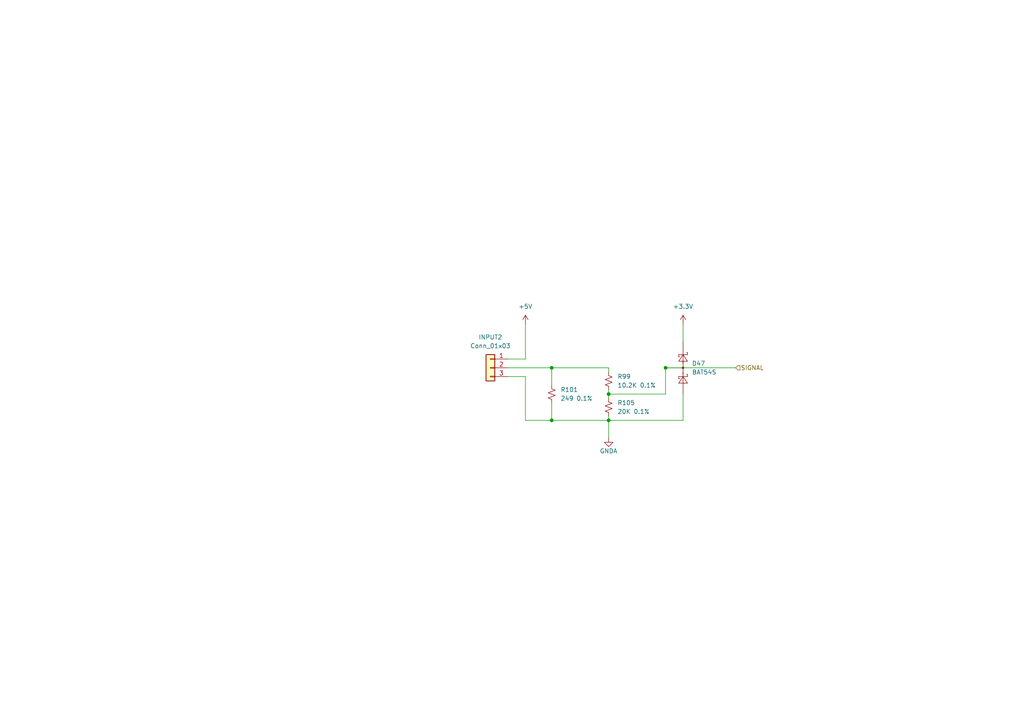
<source format=kicad_sch>
(kicad_sch (version 20231120) (generator "eeschema") (generator_version "8.0")
  (paper "A4")
  (lib_symbols
    (symbol "Connector_Generic:Conn_01x03" (pin_names (offset 1.016) hide)
      (property "Reference" "J" (at 0 5.08 0))
      (property "Value" "Conn_01x03" (at 0 -5.08 0))
      (symbol "Conn_01x03_1_1"
        (rectangle (start -1.27 -2.413) (end 0 -2.667) (stroke (width 0.1524)))
        (rectangle (start -1.27 0.127) (end 0 -0.127) (stroke (width 0.1524)))
        (rectangle (start -1.27 2.667) (end 0 2.413) (stroke (width 0.1524)))
        (rectangle (start -1.27 3.81) (end 1.27 -3.81) (stroke (width 0.254)) (fill (type background)))
        (pin passive line (at -5.08 2.54 0) (length 3.81) (name "Pin_1") (number "1"))
        (pin passive line (at -5.08 0 0) (length 3.81) (name "Pin_2") (number "2"))
        (pin passive line (at -5.08 -2.54 0) (length 3.81) (name "Pin_3") (number "3"))
      )
    )
    (symbol "Device:R_Small_US" (pin_numbers hide) (pin_names (offset 0.254) hide)
      (property "Reference" "R" (at 0.762 0.508 0))
      (property "Value" "R_Small_US" (at 0.762 -1.016 0))
      (symbol "R_Small_US_1_1"
        (polyline (pts (xy 0 0) (xy 1.016 -0.381) (xy 0 -0.762) (xy -1.016 -1.143) (xy 0 -1.524)))
        (polyline (pts (xy 0 1.524) (xy 1.016 1.143) (xy 0 0.762) (xy -1.016 0.381) (xy 0 0)))
        (pin passive line (at 0 2.54 270) (length 1.016) (name "~") (number "1"))
        (pin passive line (at 0 -2.54 90) (length 1.016) (name "~") (number "2"))
      )
    )
    (symbol "Diode:BAT54S" (pin_numbers hide) (pin_names (offset 0) hide)
      (property "Reference" "D" (at 2.54 -5.08 0))
      (property "Value" "BAT54S" (at -6.35 3.175 0))
      (symbol "BAT54S_0_1"
        (polyline (pts (xy -3.81 0) (xy -1.27 0)))
        (polyline (pts (xy -3.175 -1.27) (xy -3.175 -1.016)))
        (polyline (pts (xy -2.54 -1.27) (xy -3.175 -1.27)))
        (polyline (pts (xy -2.54 -1.27) (xy -2.54 1.27)))
        (polyline (pts (xy -2.54 1.27) (xy -1.905 1.27)))
        (polyline (pts (xy -1.905 0) (xy 1.905 0)))
        (polyline (pts (xy -1.905 1.27) (xy -1.905 1.016)))
        (polyline (pts (xy 1.27 0) (xy 3.81 0)))
        (polyline (pts (xy 3.175 -1.27) (xy 3.175 -1.016)))
        (polyline (pts (xy 3.81 -1.27) (xy 3.175 -1.27)))
        (polyline (pts (xy 3.81 -1.27) (xy 3.81 1.27)))
        (polyline (pts (xy 3.81 1.27) (xy 4.445 1.27)))
        (polyline (pts (xy 4.445 1.27) (xy 4.445 1.016)))
        (polyline (pts (xy -4.445 1.27) (xy -4.445 -1.27) (xy -2.54 0) (xy -4.445 1.27)))
        (polyline (pts (xy 1.905 1.27) (xy 1.905 -1.27) (xy 3.81 0) (xy 1.905 1.27)))
        (circle (center 0 0) (radius 0.254) (fill (type outline)))
      )
      (symbol "BAT54S_1_1"
        (pin passive line (at -7.62 0 0) (length 3.81) (name "A") (number "1"))
        (pin passive line (at 7.62 0 180) (length 3.81) (name "K") (number "2"))
        (pin passive line (at 0 -5.08 90) (length 5.08) (name "COM") (number "3"))
      )
    )
    (symbol "power:+3.3V" (power) (pin_names (offset 0))
      (property "Value" "+3.3V" (at 0 3.556 0))
      (symbol "+3.3V_0_1"
        (polyline (pts (xy -0.762 1.27) (xy 0 2.54)))
        (polyline (pts (xy 0 0) (xy 0 2.54)))
        (polyline (pts (xy 0 2.54) (xy 0.762 1.27)))
      )
      (symbol "+3.3V_1_1"
        (pin power_in line (at 0 0 90) (length 0) hide (name "+3.3V") (number "1"))
      )
    )
    (symbol "power:+5V" (power) (pin_names (offset 0))
      (property "Value" "+5V" (at 0 3.556 0))
      (symbol "+5V_0_1"
        (polyline (pts (xy -0.762 1.27) (xy 0 2.54)))
        (polyline (pts (xy 0 0) (xy 0 2.54)))
        (polyline (pts (xy 0 2.54) (xy 0.762 1.27)))
      )
      (symbol "+5V_1_1"
        (pin power_in line (at 0 0 90) (length 0) hide (name "+5V") (number "1"))
      )
    )
    (symbol "power:GNDA" (power) (pin_names (offset 0))
      (property "Value" "GNDA" (at 0 -3.81 0))
      (symbol "GNDA_0_1"
        (polyline (pts (xy 0 0) (xy 0 -1.27) (xy 1.27 -1.27) (xy 0 -2.54) (xy -1.27 -1.27) (xy 0 -1.27)))
      )
      (symbol "GNDA_1_1"
        (pin power_in line (at 0 0 270) (length 0) hide (name "GNDA") (number "1"))
      )
    )
  )
  (junction (at 193.04 106.68))
  (junction (at 160.02 121.92))
  (junction (at 176.53 114.3))
  (junction (at 176.53 121.92))
  (junction (at 160.02 106.68))
  (wire (pts (xy 176.53 114.3) (xy 176.53 115.57)))
  (wire (pts (xy 176.53 121.92) (xy 198.12 121.92)))
  (wire (pts (xy 198.12 121.92) (xy 198.12 114.3)))
  (wire (pts (xy 193.04 106.68) (xy 213.36 106.68)))
  (wire (pts (xy 176.53 107.95) (xy 176.53 106.68)))
  (wire (pts (xy 152.4 93.98) (xy 152.4 104.14)))
  (wire (pts (xy 160.02 116.84) (xy 160.02 121.92)))
  (wire (pts (xy 147.32 106.68) (xy 160.02 106.68)))
  (wire (pts (xy 160.02 106.68) (xy 176.53 106.68)))
  (wire (pts (xy 152.4 109.22) (xy 152.4 121.92)))
  (wire (pts (xy 193.04 106.68) (xy 193.04 114.3)))
  (wire (pts (xy 160.02 121.92) (xy 176.53 121.92)))
  (wire (pts (xy 176.53 113.03) (xy 176.53 114.3)))
  (wire (pts (xy 152.4 121.92) (xy 160.02 121.92)))
  (wire (pts (xy 147.32 104.14) (xy 152.4 104.14)))
  (wire (pts (xy 160.02 106.68) (xy 160.02 111.76)))
  (wire (pts (xy 193.04 114.3) (xy 176.53 114.3)))
  (wire (pts (xy 176.53 121.92) (xy 176.53 120.65)))
  (wire (pts (xy 198.12 93.98) (xy 198.12 99.06)))
  (wire (pts (xy 176.53 127) (xy 176.53 121.92)))
  (wire (pts (xy 152.4 109.22) (xy 147.32 109.22)))
  (hierarchical_label "SIGNAL" (shape input) (at 213.36 106.68 0))
  (symbol (lib_id "Device:R_Small_US") (at 176.53 110.49 180) (unit 1)
    (property "Reference" "R99" (at 179.07 109.22 0) (effects (justify right)))
    (property "Value" "10.2K 0.1%" (at 179.07 111.76 0) (effects (justify right)))
    (property "Footprint" "Resistor_SMD:R_0805_2012Metric_Pad1.20x1.40mm_HandSolder" (effects (hide yes)))
    (property "LCSC" "C865134" (effects (hide yes)))
    (instances (project "8ch-mosfet" (path "" (reference "R99") (unit 1)) (path "" (reference "R97") (unit 1)) (path "" (reference "R102") (unit 1)) (path "" (reference "R100") (unit 1))))
  )
  (symbol (lib_id "power:+5V") (at 152.4 93.98 0) (unit 1)
    (property "Reference" "#PWR094" (effects (hide yes)))
    (property "Value" "+5V" (at 152.4 88.9 0))
    (instances (project "8ch-mosfet" (path "" (reference "#PWR094") (unit 1)) (path "" (reference "#PWR092") (unit 1)) (path "" (reference "#PWR097") (unit 1)) (path "" (reference "#PWR095") (unit 1))))
  )
  (symbol (lib_id "power:GNDA") (at 176.53 127 0) (unit 1)
    (property "Reference" "#PWR096" (effects (hide yes)))
    (property "Value" "GNDA" (at 176.53 130.81 0))
    (instances (project "8ch-mosfet" (path "" (reference "#PWR096") (unit 1)) (path "" (reference "#PWR093") (unit 1)) (path "" (reference "#PWR0102") (unit 1)) (path "" (reference "#PWR099") (unit 1))))
  )
  (symbol (lib_id "Connector_Generic:Conn_01x03") (at 142.24 106.68 0) (mirror y) (unit 1)
    (property "Reference" "INPUT2" (at 142.24 97.79 0))
    (property "Value" "Conn_01x03" (at 142.24 100.33 0))
    (property "Footprint" "Connector_JST:JST_PH_B3B-PH-K_1x03_P2.00mm_Vertical" (effects (hide yes)))
    (property "Description" "Generic connector, single row, 01x03, script generated (kicad-library-utils/schlib/autogen/connector/)" (effects (hide yes)))
    (property "LCSC" "C5359600" (effects (hide yes)))
    (instances (project "" (path "" (reference "INPUT2") (unit 1)) (path "" (reference "INPUT1") (unit 1)) (path "" (reference "INPUT4") (unit 1)) (path "" (reference "INPUT3") (unit 1))))
  )
  (symbol (lib_id "Device:R_Small_US") (at 176.53 118.11 180) (unit 1)
    (property "Reference" "R105" (at 179.07 116.84 0) (effects (justify right)))
    (property "Value" "20K 0.1%" (at 179.07 119.38 0) (effects (justify right)))
    (property "Footprint" "Resistor_SMD:R_0805_2012Metric_Pad1.20x1.40mm_HandSolder" (effects (hide yes)))
    (property "LCSC" "C469660" (effects (hide yes)))
    (instances (project "8ch-mosfet" (path "" (reference "R105") (unit 1)) (path "" (reference "R103") (unit 1)) (path "" (reference "R108") (unit 1)) (path "" (reference "R106") (unit 1))))
  )
  (symbol (lib_id "Diode:BAT54S") (at 198.12 106.68 270) (mirror x) (unit 1)
    (property "Reference" "D47" (at 200.66 105.41 90) (effects (justify left)))
    (property "Value" "BAT54S" (at 200.66 107.95 90) (effects (justify left)))
    (property "Footprint" "Package_TO_SOT_SMD:SOT-23" (effects (hide yes)))
    (property "Datasheet" "https://www.diodes.com/assets/Datasheets/ds11005.pdf" (effects (hide yes)))
    (property "LCSC" "C727126" (effects (hide yes)))
    (instances (project "8ch-mosfet" (path "" (reference "D47") (unit 1)) (path "" (reference "D46") (unit 1)) (path "" (reference "D49") (unit 1)) (path "" (reference "D48") (unit 1))))
  )
  (symbol (lib_id "Device:R_Small_US") (at 160.02 114.3 180) (unit 1)
    (property "Reference" "R101" (at 162.56 113.03 0) (effects (justify right)))
    (property "Value" "249 0.1%" (at 162.56 115.57 0) (effects (justify right)))
    (property "Footprint" "Resistor_SMD:R_1206_3216Metric_Pad1.30x1.75mm_HandSolder" (effects (hide yes)))
    (property "LCSC" "C870575" (effects (hide yes)))
    (instances (project "8ch-mosfet" (path "" (reference "R101") (unit 1)) (path "" (reference "R98") (unit 1)) (path "" (reference "R107") (unit 1)) (path "" (reference "R104") (unit 1))))
  )
  (symbol (lib_id "power:+3.3V") (at 198.12 93.98 0) (unit 1)
    (property "Reference" "#PWR0100" (effects (hide yes)))
    (property "Value" "+3.3V" (at 198.12 88.9 0))
    (instances (project "8ch-mosfet" (path "" (reference "#PWR0100") (unit 1)) (path "" (reference "#PWR098") (unit 1)) (path "" (reference "#PWR0103") (unit 1)) (path "" (reference "#PWR0101") (unit 1))))
  )
)
</source>
